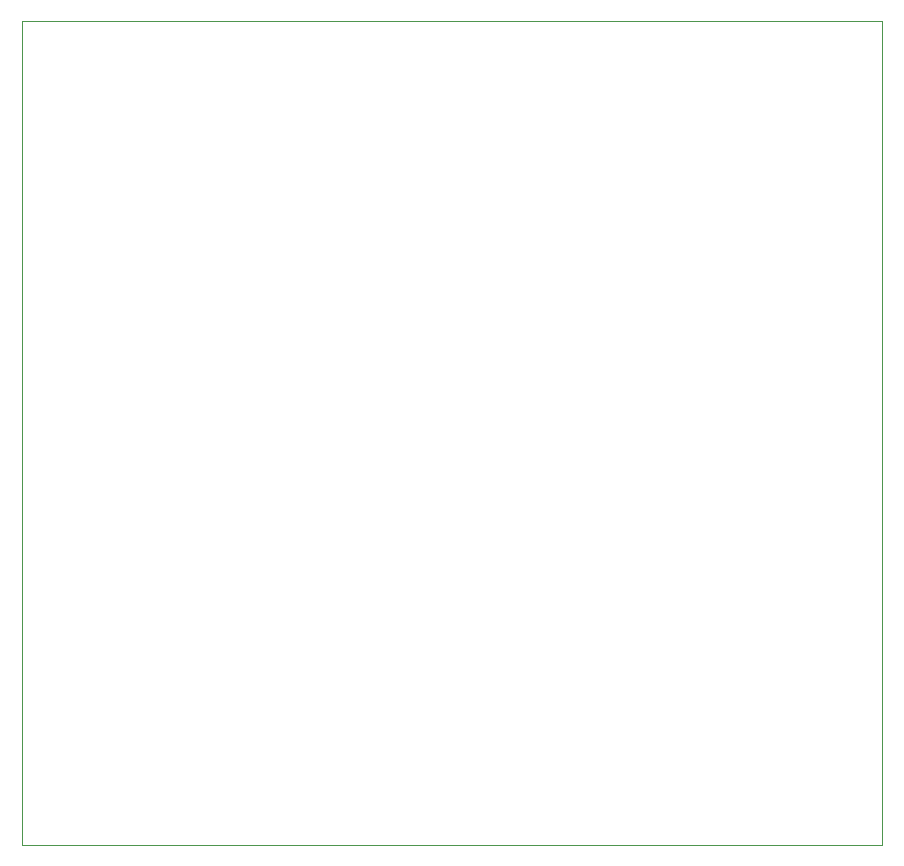
<source format=gbr>
G04 #@! TF.FileFunction,Profile,NP*
%FSLAX46Y46*%
G04 Gerber Fmt 4.6, Leading zero omitted, Abs format (unit mm)*
G04 Created by KiCad (PCBNEW 4.0.7) date 03/17/18 14:29:31*
%MOMM*%
%LPD*%
G01*
G04 APERTURE LIST*
%ADD10C,0.100000*%
G04 APERTURE END LIST*
D10*
X227076000Y-64262000D02*
X227076000Y-133985000D01*
X154305000Y-64262000D02*
X227076000Y-64262000D01*
X154305000Y-133985000D02*
X154305000Y-64262000D01*
X227076000Y-133985000D02*
X154305000Y-133985000D01*
M02*

</source>
